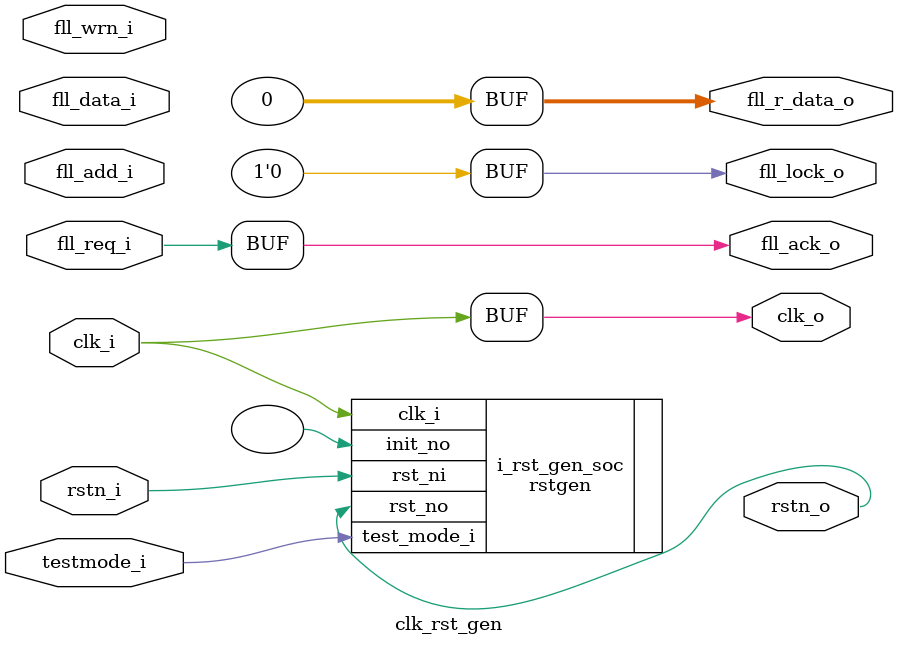
<source format=sv>


module clk_rst_gen
(
    input  logic                            clk_i,
    input  logic                            rstn_i,

    //input  logic                            clk_sel_i,
    //input  logic                            clk_standalone_i,
    input  logic                            testmode_i,
    //input  logic                            scan_en_i,
    //input  logic                            scan_i,
    //output logic                            scan_o,

    input  logic                            fll_req_i,
    input  logic                            fll_wrn_i,
    input  logic                [1:0]       fll_add_i,
    input  logic               [31:0]       fll_data_i,
    output logic                            fll_ack_o,
    output logic               [31:0]       fll_r_data_o,
    output logic                            fll_lock_o,

    output logic                            clk_o,
    output logic                            rstn_o
);

  logic clk_fll_int;
  logic clk_int;

  
  //----------------------------------------------------------------------------//
  // FLL
  //----------------------------------------------------------------------------//


  assign fll_ack_o    = fll_req_i;
  assign fll_r_data_o = 1'b0;
  assign fll_lock_o   = 1'b0;
  //assign scan_o       = 1'b0;


  //----------------------------------------------------------------------------//
  // Reset synchronizer
  //----------------------------------------------------------------------------//
  rstgen i_rst_gen_soc
  (
      // PAD FRAME SIGNALS
      .clk_i               ( clk_i           ),
      .rst_ni              ( rstn_i          ),

      // TEST MODE
      .test_mode_i         ( testmode_i      ),

      // OUTPUT RESET
      .rst_no              ( rstn_o          ),
      .init_no             (                 )
  );


  assign clk_o = clk_i;

endmodule

</source>
